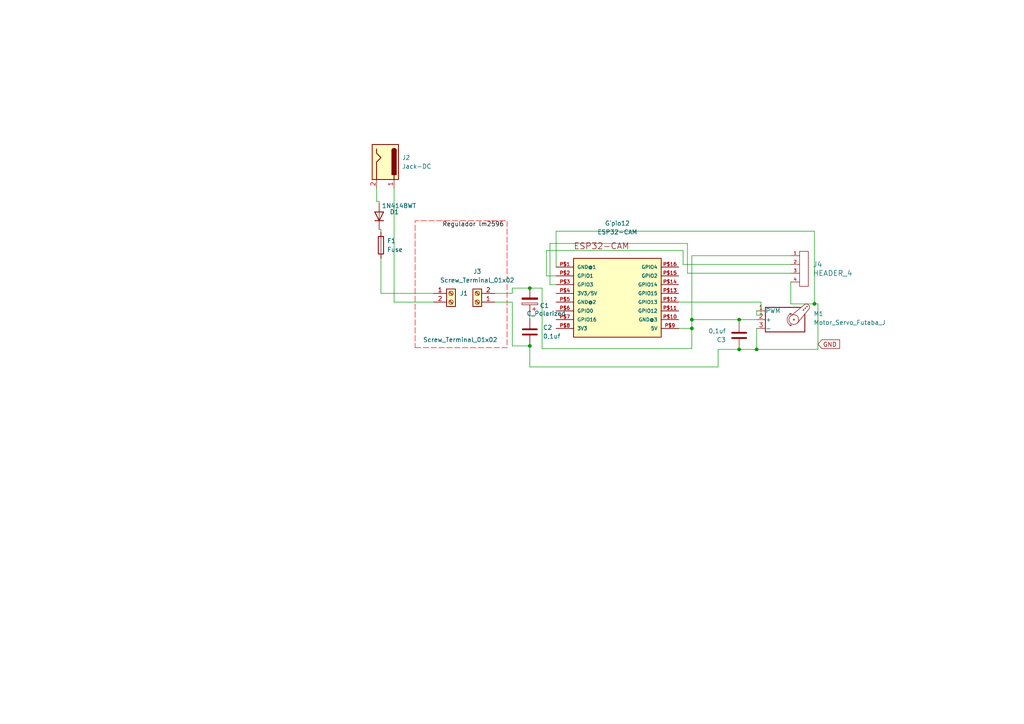
<source format=kicad_sch>
(kicad_sch
	(version 20250114)
	(generator "eeschema")
	(generator_version "9.0")
	(uuid "706bae6e-1d0f-4465-a262-88c97990d8da")
	(paper "A4")
	(lib_symbols
		(symbol "Connector:Jack-DC"
			(pin_names
				(offset 1.016)
			)
			(exclude_from_sim no)
			(in_bom yes)
			(on_board yes)
			(property "Reference" "J"
				(at 0 5.334 0)
				(effects
					(font
						(size 1.27 1.27)
					)
				)
			)
			(property "Value" "Jack-DC"
				(at 0 -5.08 0)
				(effects
					(font
						(size 1.27 1.27)
					)
				)
			)
			(property "Footprint" ""
				(at 1.27 -1.016 0)
				(effects
					(font
						(size 1.27 1.27)
					)
					(hide yes)
				)
			)
			(property "Datasheet" "~"
				(at 1.27 -1.016 0)
				(effects
					(font
						(size 1.27 1.27)
					)
					(hide yes)
				)
			)
			(property "Description" "DC Barrel Jack"
				(at 0 0 0)
				(effects
					(font
						(size 1.27 1.27)
					)
					(hide yes)
				)
			)
			(property "ki_keywords" "DC power barrel jack connector"
				(at 0 0 0)
				(effects
					(font
						(size 1.27 1.27)
					)
					(hide yes)
				)
			)
			(property "ki_fp_filters" "BarrelJack*"
				(at 0 0 0)
				(effects
					(font
						(size 1.27 1.27)
					)
					(hide yes)
				)
			)
			(symbol "Jack-DC_0_1"
				(rectangle
					(start -5.08 3.81)
					(end 5.08 -3.81)
					(stroke
						(width 0.254)
						(type default)
					)
					(fill
						(type background)
					)
				)
				(polyline
					(pts
						(xy -3.81 -2.54) (xy -2.54 -2.54) (xy -1.27 -1.27) (xy 0 -2.54) (xy 2.54 -2.54) (xy 5.08 -2.54)
					)
					(stroke
						(width 0.254)
						(type default)
					)
					(fill
						(type none)
					)
				)
				(arc
					(start -3.302 1.905)
					(mid -3.9343 2.54)
					(end -3.302 3.175)
					(stroke
						(width 0.254)
						(type default)
					)
					(fill
						(type none)
					)
				)
				(arc
					(start -3.302 1.905)
					(mid -3.9343 2.54)
					(end -3.302 3.175)
					(stroke
						(width 0.254)
						(type default)
					)
					(fill
						(type outline)
					)
				)
				(rectangle
					(start 3.683 3.175)
					(end -3.302 1.905)
					(stroke
						(width 0.254)
						(type default)
					)
					(fill
						(type outline)
					)
				)
				(polyline
					(pts
						(xy 5.08 2.54) (xy 3.81 2.54)
					)
					(stroke
						(width 0.254)
						(type default)
					)
					(fill
						(type none)
					)
				)
			)
			(symbol "Jack-DC_1_1"
				(pin passive line
					(at 7.62 2.54 180)
					(length 2.54)
					(name "~"
						(effects
							(font
								(size 1.27 1.27)
							)
						)
					)
					(number "1"
						(effects
							(font
								(size 1.27 1.27)
							)
						)
					)
				)
				(pin passive line
					(at 7.62 -2.54 180)
					(length 2.54)
					(name "~"
						(effects
							(font
								(size 1.27 1.27)
							)
						)
					)
					(number "2"
						(effects
							(font
								(size 1.27 1.27)
							)
						)
					)
				)
			)
			(embedded_fonts no)
		)
		(symbol "Connector:Screw_Terminal_01x02"
			(pin_names
				(offset 1.016)
				(hide yes)
			)
			(exclude_from_sim no)
			(in_bom yes)
			(on_board yes)
			(property "Reference" "J"
				(at 0 2.54 0)
				(effects
					(font
						(size 1.27 1.27)
					)
				)
			)
			(property "Value" "Screw_Terminal_01x02"
				(at 0 -5.08 0)
				(effects
					(font
						(size 1.27 1.27)
					)
				)
			)
			(property "Footprint" ""
				(at 0 0 0)
				(effects
					(font
						(size 1.27 1.27)
					)
					(hide yes)
				)
			)
			(property "Datasheet" "~"
				(at 0 0 0)
				(effects
					(font
						(size 1.27 1.27)
					)
					(hide yes)
				)
			)
			(property "Description" "Generic screw terminal, single row, 01x02, script generated (kicad-library-utils/schlib/autogen/connector/)"
				(at 0 0 0)
				(effects
					(font
						(size 1.27 1.27)
					)
					(hide yes)
				)
			)
			(property "ki_keywords" "screw terminal"
				(at 0 0 0)
				(effects
					(font
						(size 1.27 1.27)
					)
					(hide yes)
				)
			)
			(property "ki_fp_filters" "TerminalBlock*:*"
				(at 0 0 0)
				(effects
					(font
						(size 1.27 1.27)
					)
					(hide yes)
				)
			)
			(symbol "Screw_Terminal_01x02_1_1"
				(rectangle
					(start -1.27 1.27)
					(end 1.27 -3.81)
					(stroke
						(width 0.254)
						(type default)
					)
					(fill
						(type background)
					)
				)
				(polyline
					(pts
						(xy -0.5334 0.3302) (xy 0.3302 -0.508)
					)
					(stroke
						(width 0.1524)
						(type default)
					)
					(fill
						(type none)
					)
				)
				(polyline
					(pts
						(xy -0.5334 -2.2098) (xy 0.3302 -3.048)
					)
					(stroke
						(width 0.1524)
						(type default)
					)
					(fill
						(type none)
					)
				)
				(polyline
					(pts
						(xy -0.3556 0.508) (xy 0.508 -0.3302)
					)
					(stroke
						(width 0.1524)
						(type default)
					)
					(fill
						(type none)
					)
				)
				(polyline
					(pts
						(xy -0.3556 -2.032) (xy 0.508 -2.8702)
					)
					(stroke
						(width 0.1524)
						(type default)
					)
					(fill
						(type none)
					)
				)
				(circle
					(center 0 0)
					(radius 0.635)
					(stroke
						(width 0.1524)
						(type default)
					)
					(fill
						(type none)
					)
				)
				(circle
					(center 0 -2.54)
					(radius 0.635)
					(stroke
						(width 0.1524)
						(type default)
					)
					(fill
						(type none)
					)
				)
				(pin passive line
					(at -5.08 0 0)
					(length 3.81)
					(name "Pin_1"
						(effects
							(font
								(size 1.27 1.27)
							)
						)
					)
					(number "1"
						(effects
							(font
								(size 1.27 1.27)
							)
						)
					)
				)
				(pin passive line
					(at -5.08 -2.54 0)
					(length 3.81)
					(name "Pin_2"
						(effects
							(font
								(size 1.27 1.27)
							)
						)
					)
					(number "2"
						(effects
							(font
								(size 1.27 1.27)
							)
						)
					)
				)
			)
			(embedded_fonts no)
		)
		(symbol "Device:C"
			(pin_numbers
				(hide yes)
			)
			(pin_names
				(offset 0.254)
			)
			(exclude_from_sim no)
			(in_bom yes)
			(on_board yes)
			(property "Reference" "C"
				(at 0.635 2.54 0)
				(effects
					(font
						(size 1.27 1.27)
					)
					(justify left)
				)
			)
			(property "Value" "C"
				(at 0.635 -2.54 0)
				(effects
					(font
						(size 1.27 1.27)
					)
					(justify left)
				)
			)
			(property "Footprint" ""
				(at 0.9652 -3.81 0)
				(effects
					(font
						(size 1.27 1.27)
					)
					(hide yes)
				)
			)
			(property "Datasheet" "~"
				(at 0 0 0)
				(effects
					(font
						(size 1.27 1.27)
					)
					(hide yes)
				)
			)
			(property "Description" "Unpolarized capacitor"
				(at 0 0 0)
				(effects
					(font
						(size 1.27 1.27)
					)
					(hide yes)
				)
			)
			(property "ki_keywords" "cap capacitor"
				(at 0 0 0)
				(effects
					(font
						(size 1.27 1.27)
					)
					(hide yes)
				)
			)
			(property "ki_fp_filters" "C_*"
				(at 0 0 0)
				(effects
					(font
						(size 1.27 1.27)
					)
					(hide yes)
				)
			)
			(symbol "C_0_1"
				(polyline
					(pts
						(xy -2.032 0.762) (xy 2.032 0.762)
					)
					(stroke
						(width 0.508)
						(type default)
					)
					(fill
						(type none)
					)
				)
				(polyline
					(pts
						(xy -2.032 -0.762) (xy 2.032 -0.762)
					)
					(stroke
						(width 0.508)
						(type default)
					)
					(fill
						(type none)
					)
				)
			)
			(symbol "C_1_1"
				(pin passive line
					(at 0 3.81 270)
					(length 2.794)
					(name "~"
						(effects
							(font
								(size 1.27 1.27)
							)
						)
					)
					(number "1"
						(effects
							(font
								(size 1.27 1.27)
							)
						)
					)
				)
				(pin passive line
					(at 0 -3.81 90)
					(length 2.794)
					(name "~"
						(effects
							(font
								(size 1.27 1.27)
							)
						)
					)
					(number "2"
						(effects
							(font
								(size 1.27 1.27)
							)
						)
					)
				)
			)
			(embedded_fonts no)
		)
		(symbol "Device:C_Polarized"
			(pin_numbers
				(hide yes)
			)
			(pin_names
				(offset 0.254)
			)
			(exclude_from_sim no)
			(in_bom yes)
			(on_board yes)
			(property "Reference" "C"
				(at 0.635 2.54 0)
				(effects
					(font
						(size 1.27 1.27)
					)
					(justify left)
				)
			)
			(property "Value" "C_Polarized"
				(at 0.635 -2.54 0)
				(effects
					(font
						(size 1.27 1.27)
					)
					(justify left)
				)
			)
			(property "Footprint" ""
				(at 0.9652 -3.81 0)
				(effects
					(font
						(size 1.27 1.27)
					)
					(hide yes)
				)
			)
			(property "Datasheet" "~"
				(at 0 0 0)
				(effects
					(font
						(size 1.27 1.27)
					)
					(hide yes)
				)
			)
			(property "Description" "Polarized capacitor"
				(at 0 0 0)
				(effects
					(font
						(size 1.27 1.27)
					)
					(hide yes)
				)
			)
			(property "ki_keywords" "cap capacitor"
				(at 0 0 0)
				(effects
					(font
						(size 1.27 1.27)
					)
					(hide yes)
				)
			)
			(property "ki_fp_filters" "CP_*"
				(at 0 0 0)
				(effects
					(font
						(size 1.27 1.27)
					)
					(hide yes)
				)
			)
			(symbol "C_Polarized_0_1"
				(rectangle
					(start -2.286 0.508)
					(end 2.286 1.016)
					(stroke
						(width 0)
						(type default)
					)
					(fill
						(type none)
					)
				)
				(polyline
					(pts
						(xy -1.778 2.286) (xy -0.762 2.286)
					)
					(stroke
						(width 0)
						(type default)
					)
					(fill
						(type none)
					)
				)
				(polyline
					(pts
						(xy -1.27 2.794) (xy -1.27 1.778)
					)
					(stroke
						(width 0)
						(type default)
					)
					(fill
						(type none)
					)
				)
				(rectangle
					(start 2.286 -0.508)
					(end -2.286 -1.016)
					(stroke
						(width 0)
						(type default)
					)
					(fill
						(type outline)
					)
				)
			)
			(symbol "C_Polarized_1_1"
				(pin passive line
					(at 0 3.81 270)
					(length 2.794)
					(name "~"
						(effects
							(font
								(size 1.27 1.27)
							)
						)
					)
					(number "1"
						(effects
							(font
								(size 1.27 1.27)
							)
						)
					)
				)
				(pin passive line
					(at 0 -3.81 90)
					(length 2.794)
					(name "~"
						(effects
							(font
								(size 1.27 1.27)
							)
						)
					)
					(number "2"
						(effects
							(font
								(size 1.27 1.27)
							)
						)
					)
				)
			)
			(embedded_fonts no)
		)
		(symbol "Device:Fuse"
			(pin_numbers
				(hide yes)
			)
			(pin_names
				(offset 0)
			)
			(exclude_from_sim no)
			(in_bom yes)
			(on_board yes)
			(property "Reference" "F"
				(at 2.032 0 90)
				(effects
					(font
						(size 1.27 1.27)
					)
				)
			)
			(property "Value" "Fuse"
				(at -1.905 0 90)
				(effects
					(font
						(size 1.27 1.27)
					)
				)
			)
			(property "Footprint" ""
				(at -1.778 0 90)
				(effects
					(font
						(size 1.27 1.27)
					)
					(hide yes)
				)
			)
			(property "Datasheet" "~"
				(at 0 0 0)
				(effects
					(font
						(size 1.27 1.27)
					)
					(hide yes)
				)
			)
			(property "Description" "Fuse"
				(at 0 0 0)
				(effects
					(font
						(size 1.27 1.27)
					)
					(hide yes)
				)
			)
			(property "ki_keywords" "fuse"
				(at 0 0 0)
				(effects
					(font
						(size 1.27 1.27)
					)
					(hide yes)
				)
			)
			(property "ki_fp_filters" "*Fuse*"
				(at 0 0 0)
				(effects
					(font
						(size 1.27 1.27)
					)
					(hide yes)
				)
			)
			(symbol "Fuse_0_1"
				(rectangle
					(start -0.762 -2.54)
					(end 0.762 2.54)
					(stroke
						(width 0.254)
						(type default)
					)
					(fill
						(type none)
					)
				)
				(polyline
					(pts
						(xy 0 2.54) (xy 0 -2.54)
					)
					(stroke
						(width 0)
						(type default)
					)
					(fill
						(type none)
					)
				)
			)
			(symbol "Fuse_1_1"
				(pin passive line
					(at 0 3.81 270)
					(length 1.27)
					(name "~"
						(effects
							(font
								(size 1.27 1.27)
							)
						)
					)
					(number "1"
						(effects
							(font
								(size 1.27 1.27)
							)
						)
					)
				)
				(pin passive line
					(at 0 -3.81 90)
					(length 1.27)
					(name "~"
						(effects
							(font
								(size 1.27 1.27)
							)
						)
					)
					(number "2"
						(effects
							(font
								(size 1.27 1.27)
							)
						)
					)
				)
			)
			(embedded_fonts no)
		)
		(symbol "Diode:1N4148WT"
			(pin_numbers
				(hide yes)
			)
			(pin_names
				(hide yes)
			)
			(exclude_from_sim no)
			(in_bom yes)
			(on_board yes)
			(property "Reference" "D"
				(at 0 2.54 0)
				(effects
					(font
						(size 1.27 1.27)
					)
				)
			)
			(property "Value" "1N4148WT"
				(at 0 -2.54 0)
				(effects
					(font
						(size 1.27 1.27)
					)
				)
			)
			(property "Footprint" "Diode_SMD:D_SOD-523"
				(at 0 -4.445 0)
				(effects
					(font
						(size 1.27 1.27)
					)
					(hide yes)
				)
			)
			(property "Datasheet" "https://www.diodes.com/assets/Datasheets/ds30396.pdf"
				(at 0 0 0)
				(effects
					(font
						(size 1.27 1.27)
					)
					(hide yes)
				)
			)
			(property "Description" "75V 0.15A Fast switching Diode, SOD-523"
				(at 0 0 0)
				(effects
					(font
						(size 1.27 1.27)
					)
					(hide yes)
				)
			)
			(property "Sim.Device" "D"
				(at 0 0 0)
				(effects
					(font
						(size 1.27 1.27)
					)
					(hide yes)
				)
			)
			(property "Sim.Pins" "1=K 2=A"
				(at 0 0 0)
				(effects
					(font
						(size 1.27 1.27)
					)
					(hide yes)
				)
			)
			(property "ki_keywords" "diode"
				(at 0 0 0)
				(effects
					(font
						(size 1.27 1.27)
					)
					(hide yes)
				)
			)
			(property "ki_fp_filters" "D*SOD?523*"
				(at 0 0 0)
				(effects
					(font
						(size 1.27 1.27)
					)
					(hide yes)
				)
			)
			(symbol "1N4148WT_0_1"
				(polyline
					(pts
						(xy -1.27 1.27) (xy -1.27 -1.27)
					)
					(stroke
						(width 0.254)
						(type default)
					)
					(fill
						(type none)
					)
				)
				(polyline
					(pts
						(xy 1.27 1.27) (xy 1.27 -1.27) (xy -1.27 0) (xy 1.27 1.27)
					)
					(stroke
						(width 0.254)
						(type default)
					)
					(fill
						(type none)
					)
				)
				(polyline
					(pts
						(xy 1.27 0) (xy -1.27 0)
					)
					(stroke
						(width 0)
						(type default)
					)
					(fill
						(type none)
					)
				)
			)
			(symbol "1N4148WT_1_1"
				(pin passive line
					(at -3.81 0 0)
					(length 2.54)
					(name "K"
						(effects
							(font
								(size 1.27 1.27)
							)
						)
					)
					(number "1"
						(effects
							(font
								(size 1.27 1.27)
							)
						)
					)
				)
				(pin passive line
					(at 3.81 0 180)
					(length 2.54)
					(name "A"
						(effects
							(font
								(size 1.27 1.27)
							)
						)
					)
					(number "2"
						(effects
							(font
								(size 1.27 1.27)
							)
						)
					)
				)
			)
			(embedded_fonts no)
		)
		(symbol "EESTN5:HEADER_4"
			(pin_names
				(offset 0)
			)
			(exclude_from_sim no)
			(in_bom yes)
			(on_board yes)
			(property "Reference" "J"
				(at 0 6.35 0)
				(effects
					(font
						(size 1.524 1.524)
					)
				)
			)
			(property "Value" "HEADER_4"
				(at 0 -6.35 0)
				(effects
					(font
						(size 1.524 1.524)
					)
				)
			)
			(property "Footprint" ""
				(at 0 0 0)
				(effects
					(font
						(size 1.524 1.524)
					)
				)
			)
			(property "Datasheet" ""
				(at 0 0 0)
				(effects
					(font
						(size 1.524 1.524)
					)
				)
			)
			(property "Description" ""
				(at 0 0 0)
				(effects
					(font
						(size 1.27 1.27)
					)
					(hide yes)
				)
			)
			(property "ki_fp_filters" "SIL* HEADER* JST-4* PIN*"
				(at 0 0 0)
				(effects
					(font
						(size 1.27 1.27)
					)
					(hide yes)
				)
			)
			(symbol "HEADER_4_0_1"
				(rectangle
					(start 2.54 5.08)
					(end 0 -5.08)
					(stroke
						(width 0)
						(type default)
					)
					(fill
						(type none)
					)
				)
			)
			(symbol "HEADER_4_1_1"
				(pin passive line
					(at -2.54 3.81 0)
					(length 2.54)
					(name "~"
						(effects
							(font
								(size 1.27 1.27)
							)
						)
					)
					(number "1"
						(effects
							(font
								(size 0.889 0.889)
							)
						)
					)
				)
				(pin passive line
					(at -2.54 1.27 0)
					(length 2.54)
					(name "~"
						(effects
							(font
								(size 1.27 1.27)
							)
						)
					)
					(number "2"
						(effects
							(font
								(size 0.889 0.889)
							)
						)
					)
				)
				(pin passive line
					(at -2.54 -1.27 0)
					(length 2.54)
					(name "~"
						(effects
							(font
								(size 1.27 1.27)
							)
						)
					)
					(number "3"
						(effects
							(font
								(size 0.889 0.889)
							)
						)
					)
				)
				(pin passive line
					(at -2.54 -3.81 0)
					(length 2.54)
					(name "~"
						(effects
							(font
								(size 1.27 1.27)
							)
						)
					)
					(number "4"
						(effects
							(font
								(size 0.889 0.889)
							)
						)
					)
				)
			)
			(embedded_fonts no)
		)
		(symbol "ESP32-CAM:ESP32-CAM"
			(pin_names
				(offset 1.016)
			)
			(exclude_from_sim no)
			(in_bom yes)
			(on_board yes)
			(property "Reference" "U"
				(at 0 0 0)
				(effects
					(font
						(size 1.27 1.27)
					)
					(justify bottom)
				)
			)
			(property "Value" "ESP32-CAM"
				(at 0 0 0)
				(effects
					(font
						(size 1.27 1.27)
					)
					(justify bottom)
				)
			)
			(property "Footprint" "ESP32-CAM:ESP32-CAM"
				(at 0 0 0)
				(effects
					(font
						(size 1.27 1.27)
					)
					(justify bottom)
					(hide yes)
				)
			)
			(property "Datasheet" ""
				(at 0 0 0)
				(effects
					(font
						(size 1.27 1.27)
					)
					(hide yes)
				)
			)
			(property "Description" ""
				(at 0 0 0)
				(effects
					(font
						(size 1.27 1.27)
					)
					(hide yes)
				)
			)
			(property "MF" "AI-Thinker"
				(at 0 0 0)
				(effects
					(font
						(size 1.27 1.27)
					)
					(justify bottom)
					(hide yes)
				)
			)
			(property "Description_1" "ESP32 ESP32 Transceiver; 802.11 a/b/g/n (Wi-Fi, WiFi, WLAN), Bluetooth® Smart 4.x Low Energy (BLE) Evaluation Board"
				(at 0 0 0)
				(effects
					(font
						(size 1.27 1.27)
					)
					(justify bottom)
					(hide yes)
				)
			)
			(property "Package" "None"
				(at 0 0 0)
				(effects
					(font
						(size 1.27 1.27)
					)
					(justify bottom)
					(hide yes)
				)
			)
			(property "Price" "None"
				(at 0 0 0)
				(effects
					(font
						(size 1.27 1.27)
					)
					(justify bottom)
					(hide yes)
				)
			)
			(property "SnapEDA_Link" "https://www.snapeda.com/parts/ESP32-CAM/AI-Thinker/view-part/?ref=snap"
				(at 0 0 0)
				(effects
					(font
						(size 1.27 1.27)
					)
					(justify bottom)
					(hide yes)
				)
			)
			(property "MP" "ESP32-CAM"
				(at 0 0 0)
				(effects
					(font
						(size 1.27 1.27)
					)
					(justify bottom)
					(hide yes)
				)
			)
			(property "Availability" "Not in stock"
				(at 0 0 0)
				(effects
					(font
						(size 1.27 1.27)
					)
					(justify bottom)
					(hide yes)
				)
			)
			(property "Check_prices" "https://www.snapeda.com/parts/ESP32-CAM/AI-Thinker/view-part/?ref=eda"
				(at 0 0 0)
				(effects
					(font
						(size 1.27 1.27)
					)
					(justify bottom)
					(hide yes)
				)
			)
			(symbol "ESP32-CAM_0_0"
				(rectangle
					(start -12.7 -10.16)
					(end 12.7 12.7)
					(stroke
						(width 0.254)
						(type default)
					)
					(fill
						(type background)
					)
				)
				(text "ESP32-CAM"
					(at -12.7 15.24 0)
					(effects
						(font
							(size 1.778 1.778)
						)
						(justify left bottom)
					)
				)
				(pin bidirectional line
					(at -17.78 10.16 0)
					(length 5.08)
					(name "GND@1"
						(effects
							(font
								(size 1.016 1.016)
							)
						)
					)
					(number "P$1"
						(effects
							(font
								(size 1.016 1.016)
							)
						)
					)
				)
				(pin bidirectional line
					(at -17.78 7.62 0)
					(length 5.08)
					(name "GPIO1"
						(effects
							(font
								(size 1.016 1.016)
							)
						)
					)
					(number "P$2"
						(effects
							(font
								(size 1.016 1.016)
							)
						)
					)
				)
				(pin bidirectional line
					(at -17.78 5.08 0)
					(length 5.08)
					(name "GPIO3"
						(effects
							(font
								(size 1.016 1.016)
							)
						)
					)
					(number "P$3"
						(effects
							(font
								(size 1.016 1.016)
							)
						)
					)
				)
				(pin bidirectional line
					(at -17.78 2.54 0)
					(length 5.08)
					(name "3V3/5V"
						(effects
							(font
								(size 1.016 1.016)
							)
						)
					)
					(number "P$4"
						(effects
							(font
								(size 1.016 1.016)
							)
						)
					)
				)
				(pin bidirectional line
					(at -17.78 0 0)
					(length 5.08)
					(name "GND@2"
						(effects
							(font
								(size 1.016 1.016)
							)
						)
					)
					(number "P$5"
						(effects
							(font
								(size 1.016 1.016)
							)
						)
					)
				)
				(pin bidirectional line
					(at -17.78 -2.54 0)
					(length 5.08)
					(name "GPIO0"
						(effects
							(font
								(size 1.016 1.016)
							)
						)
					)
					(number "P$6"
						(effects
							(font
								(size 1.016 1.016)
							)
						)
					)
				)
				(pin bidirectional line
					(at -17.78 -5.08 0)
					(length 5.08)
					(name "GPIO16"
						(effects
							(font
								(size 1.016 1.016)
							)
						)
					)
					(number "P$7"
						(effects
							(font
								(size 1.016 1.016)
							)
						)
					)
				)
				(pin bidirectional line
					(at -17.78 -7.62 0)
					(length 5.08)
					(name "3V3"
						(effects
							(font
								(size 1.016 1.016)
							)
						)
					)
					(number "P$8"
						(effects
							(font
								(size 1.016 1.016)
							)
						)
					)
				)
				(pin bidirectional line
					(at 17.78 10.16 180)
					(length 5.08)
					(name "GPIO4"
						(effects
							(font
								(size 1.016 1.016)
							)
						)
					)
					(number "P$16"
						(effects
							(font
								(size 1.016 1.016)
							)
						)
					)
				)
				(pin bidirectional line
					(at 17.78 7.62 180)
					(length 5.08)
					(name "GPIO2"
						(effects
							(font
								(size 1.016 1.016)
							)
						)
					)
					(number "P$15"
						(effects
							(font
								(size 1.016 1.016)
							)
						)
					)
				)
				(pin bidirectional line
					(at 17.78 5.08 180)
					(length 5.08)
					(name "GPIO14"
						(effects
							(font
								(size 1.016 1.016)
							)
						)
					)
					(number "P$14"
						(effects
							(font
								(size 1.016 1.016)
							)
						)
					)
				)
				(pin bidirectional line
					(at 17.78 2.54 180)
					(length 5.08)
					(name "GPIO15"
						(effects
							(font
								(size 1.016 1.016)
							)
						)
					)
					(number "P$13"
						(effects
							(font
								(size 1.016 1.016)
							)
						)
					)
				)
				(pin bidirectional line
					(at 17.78 0 180)
					(length 5.08)
					(name "GPIO13"
						(effects
							(font
								(size 1.016 1.016)
							)
						)
					)
					(number "P$12"
						(effects
							(font
								(size 1.016 1.016)
							)
						)
					)
				)
				(pin bidirectional line
					(at 17.78 -2.54 180)
					(length 5.08)
					(name "GPIO12"
						(effects
							(font
								(size 1.016 1.016)
							)
						)
					)
					(number "P$11"
						(effects
							(font
								(size 1.016 1.016)
							)
						)
					)
				)
				(pin bidirectional line
					(at 17.78 -5.08 180)
					(length 5.08)
					(name "GND@3"
						(effects
							(font
								(size 1.016 1.016)
							)
						)
					)
					(number "P$10"
						(effects
							(font
								(size 1.016 1.016)
							)
						)
					)
				)
				(pin bidirectional line
					(at 17.78 -7.62 180)
					(length 5.08)
					(name "5V"
						(effects
							(font
								(size 1.016 1.016)
							)
						)
					)
					(number "P$9"
						(effects
							(font
								(size 1.016 1.016)
							)
						)
					)
				)
			)
			(embedded_fonts no)
		)
		(symbol "Motor:Motor_Servo_Futaba_J"
			(pin_names
				(offset 0.0254)
			)
			(exclude_from_sim no)
			(in_bom yes)
			(on_board yes)
			(property "Reference" "M"
				(at -5.08 4.445 0)
				(effects
					(font
						(size 1.27 1.27)
					)
					(justify left)
				)
			)
			(property "Value" "Motor_Servo_Futaba_J"
				(at -5.08 -4.064 0)
				(effects
					(font
						(size 1.27 1.27)
					)
					(justify left top)
				)
			)
			(property "Footprint" ""
				(at 0 -4.826 0)
				(effects
					(font
						(size 1.27 1.27)
					)
					(hide yes)
				)
			)
			(property "Datasheet" "http://forums.parallax.com/uploads/attachments/46831/74481.png"
				(at 0 -4.826 0)
				(effects
					(font
						(size 1.27 1.27)
					)
					(hide yes)
				)
			)
			(property "Description" "Servo Motor (Futuba J-connector)"
				(at 0 0 0)
				(effects
					(font
						(size 1.27 1.27)
					)
					(hide yes)
				)
			)
			(property "ki_keywords" "Servo Motor"
				(at 0 0 0)
				(effects
					(font
						(size 1.27 1.27)
					)
					(hide yes)
				)
			)
			(property "ki_fp_filters" "PinHeader*P2.54mm*"
				(at 0 0 0)
				(effects
					(font
						(size 1.27 1.27)
					)
					(hide yes)
				)
			)
			(symbol "Motor_Servo_Futaba_J_0_1"
				(polyline
					(pts
						(xy 2.413 1.778) (xy 1.905 1.778)
					)
					(stroke
						(width 0)
						(type default)
					)
					(fill
						(type none)
					)
				)
				(polyline
					(pts
						(xy 2.413 1.778) (xy 2.286 1.397)
					)
					(stroke
						(width 0)
						(type default)
					)
					(fill
						(type none)
					)
				)
				(polyline
					(pts
						(xy 2.413 -1.778) (xy 2.032 -1.778)
					)
					(stroke
						(width 0)
						(type default)
					)
					(fill
						(type none)
					)
				)
				(polyline
					(pts
						(xy 2.413 -1.778) (xy 2.286 -1.397)
					)
					(stroke
						(width 0)
						(type default)
					)
					(fill
						(type none)
					)
				)
				(arc
					(start 2.413 -1.778)
					(mid 1.2406 0)
					(end 2.413 1.778)
					(stroke
						(width 0)
						(type default)
					)
					(fill
						(type none)
					)
				)
				(circle
					(center 3.175 0)
					(radius 0.1778)
					(stroke
						(width 0)
						(type default)
					)
					(fill
						(type none)
					)
				)
				(circle
					(center 3.175 0)
					(radius 1.4224)
					(stroke
						(width 0)
						(type default)
					)
					(fill
						(type none)
					)
				)
				(polyline
					(pts
						(xy 5.08 3.556) (xy -5.08 3.556) (xy -5.08 -3.556) (xy 6.35 -3.556) (xy 6.35 1.524)
					)
					(stroke
						(width 0.254)
						(type default)
					)
					(fill
						(type none)
					)
				)
				(circle
					(center 5.969 2.794)
					(radius 0.127)
					(stroke
						(width 0)
						(type default)
					)
					(fill
						(type none)
					)
				)
				(polyline
					(pts
						(xy 6.35 4.445) (xy 2.54 1.27)
					)
					(stroke
						(width 0)
						(type default)
					)
					(fill
						(type none)
					)
				)
				(circle
					(center 6.477 3.302)
					(radius 0.127)
					(stroke
						(width 0)
						(type default)
					)
					(fill
						(type none)
					)
				)
				(arc
					(start 6.35 4.445)
					(mid 7.4487 4.2737)
					(end 7.62 3.175)
					(stroke
						(width 0)
						(type default)
					)
					(fill
						(type none)
					)
				)
				(circle
					(center 6.985 3.81)
					(radius 0.127)
					(stroke
						(width 0)
						(type default)
					)
					(fill
						(type none)
					)
				)
				(polyline
					(pts
						(xy 7.62 3.175) (xy 4.191 -1.016)
					)
					(stroke
						(width 0)
						(type default)
					)
					(fill
						(type none)
					)
				)
			)
			(symbol "Motor_Servo_Futaba_J_1_1"
				(pin passive line
					(at -7.62 2.54 0)
					(length 2.54)
					(name "PWM"
						(effects
							(font
								(size 1.27 1.27)
							)
						)
					)
					(number "1"
						(effects
							(font
								(size 1.27 1.27)
							)
						)
					)
				)
				(pin passive line
					(at -7.62 0 0)
					(length 2.54)
					(name "+"
						(effects
							(font
								(size 1.27 1.27)
							)
						)
					)
					(number "2"
						(effects
							(font
								(size 1.27 1.27)
							)
						)
					)
				)
				(pin passive line
					(at -7.62 -2.54 0)
					(length 2.54)
					(name "-"
						(effects
							(font
								(size 1.27 1.27)
							)
						)
					)
					(number "3"
						(effects
							(font
								(size 1.27 1.27)
							)
						)
					)
				)
			)
			(embedded_fonts no)
		)
	)
	(junction
		(at 236.22 88.138)
		(diameter 0)
		(color 0 0 0 0)
		(uuid "1e20460e-6ea9-409f-97e8-4104f571fbaf")
	)
	(junction
		(at 153.67 100.33)
		(diameter 0)
		(color 0 0 0 0)
		(uuid "52728f04-7d98-4c45-9f66-75c2c40ccea7")
	)
	(junction
		(at 153.67 83.566)
		(diameter 0)
		(color 0 0 0 0)
		(uuid "89576a23-8513-49ea-b617-e5caf07d78ef")
	)
	(junction
		(at 214.376 92.71)
		(diameter 0)
		(color 0 0 0 0)
		(uuid "8c885b22-973b-44eb-8c80-d6dc0897b45c")
	)
	(junction
		(at 200.66 95.25)
		(diameter 0)
		(color 0 0 0 0)
		(uuid "9678c22a-d796-49a2-9054-c76734aeaea6")
	)
	(junction
		(at 214.376 101.346)
		(diameter 0)
		(color 0 0 0 0)
		(uuid "977cc428-ebdd-4a91-b919-c93b1fc57324")
	)
	(junction
		(at 219.456 101.346)
		(diameter 0)
		(color 0 0 0 0)
		(uuid "b3b81704-8b40-4895-bed5-7175476d38c9")
	)
	(junction
		(at 200.66 92.71)
		(diameter 0)
		(color 0 0 0 0)
		(uuid "ee21b2bc-a77f-4079-8fc0-2889726a85e4")
	)
	(wire
		(pts
			(xy 153.67 106.426) (xy 208.28 106.426)
		)
		(stroke
			(width 0)
			(type default)
		)
		(uuid "00f343b5-28b0-476e-862a-508aace90b3d")
	)
	(wire
		(pts
			(xy 153.67 91.186) (xy 153.67 92.456)
		)
		(stroke
			(width 0)
			(type default)
		)
		(uuid "01cee897-db3d-41f0-be90-c8e346ff0d4c")
	)
	(wire
		(pts
			(xy 143.51 85.09) (xy 148.59 85.09)
		)
		(stroke
			(width 0)
			(type default)
		)
		(uuid "02e237b2-4a2d-406e-92a4-acc170c985c9")
	)
	(wire
		(pts
			(xy 114.3 87.63) (xy 125.73 87.63)
		)
		(stroke
			(width 0)
			(type default)
		)
		(uuid "08005463-6fb0-43e9-adea-0f32bd127e79")
	)
	(wire
		(pts
			(xy 161.29 77.47) (xy 161.29 67.056)
		)
		(stroke
			(width 0)
			(type default)
		)
		(uuid "0d6a36e6-dfb7-418e-8169-bcce383da505")
	)
	(wire
		(pts
			(xy 214.376 101.346) (xy 219.456 101.346)
		)
		(stroke
			(width 0)
			(type default)
		)
		(uuid "2246e94b-1330-45e9-baef-bcc17dd35b97")
	)
	(wire
		(pts
			(xy 220.726 87.63) (xy 220.726 91.44)
		)
		(stroke
			(width 0)
			(type default)
		)
		(uuid "28b09f36-cbd5-4ce0-97ac-df20686d962f")
	)
	(wire
		(pts
			(xy 157.226 101.092) (xy 200.66 101.092)
		)
		(stroke
			(width 0)
			(type default)
		)
		(uuid "38be3d33-bfcd-4c79-b961-ae1d8df313d4")
	)
	(wire
		(pts
			(xy 199.39 79.248) (xy 199.39 70.612)
		)
		(stroke
			(width 0)
			(type default)
		)
		(uuid "3b669377-6549-4dec-baa5-1127bed8ab40")
	)
	(wire
		(pts
			(xy 214.376 93.472) (xy 214.376 92.71)
		)
		(stroke
			(width 0)
			(type default)
		)
		(uuid "441700df-f382-46e2-a2db-c2f4ad87d9c1")
	)
	(wire
		(pts
			(xy 219.456 95.25) (xy 219.456 101.346)
		)
		(stroke
			(width 0)
			(type default)
		)
		(uuid "441ce7b9-a7ee-4545-a632-7b5a928aad03")
	)
	(wire
		(pts
			(xy 148.59 87.63) (xy 148.59 100.33)
		)
		(stroke
			(width 0)
			(type default)
		)
		(uuid "49c00631-7748-4f13-9778-6a65f7e2b480")
	)
	(wire
		(pts
			(xy 110.49 67.31) (xy 110.49 66.548)
		)
		(stroke
			(width 0)
			(type default)
		)
		(uuid "4c412bc3-188d-46f6-8cbb-eb4f51d2945e")
	)
	(wire
		(pts
			(xy 159.512 82.55) (xy 161.29 82.55)
		)
		(stroke
			(width 0)
			(type default)
		)
		(uuid "5316a68b-261f-49ca-a977-ef11ad883870")
	)
	(wire
		(pts
			(xy 110.49 74.93) (xy 110.49 85.09)
		)
		(stroke
			(width 0)
			(type default)
		)
		(uuid "6068810d-0fd2-4060-8514-e1b15c1117ea")
	)
	(wire
		(pts
			(xy 200.66 74.168) (xy 200.66 92.71)
		)
		(stroke
			(width 0)
			(type default)
		)
		(uuid "6173f05c-e8eb-471f-84df-af73f539c2d3")
	)
	(wire
		(pts
			(xy 109.22 58.42) (xy 109.982 58.42)
		)
		(stroke
			(width 0)
			(type default)
		)
		(uuid "62b7345b-b986-4e6e-a313-e4951584c51b")
	)
	(wire
		(pts
			(xy 148.59 83.566) (xy 148.59 85.09)
		)
		(stroke
			(width 0)
			(type default)
		)
		(uuid "649d5d8f-76d1-4f92-96cb-493b9f1a05ea")
	)
	(wire
		(pts
			(xy 229.362 76.708) (xy 198.12 76.708)
		)
		(stroke
			(width 0)
			(type default)
		)
		(uuid "6a60dc5f-2e7a-48be-89c4-6179975f4d1c")
	)
	(wire
		(pts
			(xy 158.496 80.01) (xy 158.496 72.644)
		)
		(stroke
			(width 0)
			(type default)
		)
		(uuid "71bb67dd-22a7-4b7e-9ede-3c2432b1729d")
	)
	(wire
		(pts
			(xy 125.73 85.09) (xy 110.49 85.09)
		)
		(stroke
			(width 0)
			(type default)
		)
		(uuid "71ffc1ac-94fe-441e-bb68-0100c1553aab")
	)
	(wire
		(pts
			(xy 148.59 83.566) (xy 153.67 83.566)
		)
		(stroke
			(width 0)
			(type default)
		)
		(uuid "72ddb0f0-d754-40e6-b095-968e3f9156ae")
	)
	(wire
		(pts
			(xy 199.39 79.248) (xy 229.362 79.248)
		)
		(stroke
			(width 0)
			(type default)
		)
		(uuid "73d9a344-d886-4a79-b73e-76cdce7a5283")
	)
	(wire
		(pts
			(xy 153.67 100.076) (xy 153.67 100.33)
		)
		(stroke
			(width 0)
			(type default)
		)
		(uuid "743e6316-9bb7-4e08-a919-47947d24adfa")
	)
	(wire
		(pts
			(xy 110.49 66.548) (xy 109.982 66.548)
		)
		(stroke
			(width 0)
			(type default)
		)
		(uuid "7896d291-60e6-4059-8b44-0e908909eb25")
	)
	(wire
		(pts
			(xy 161.29 80.01) (xy 158.496 80.01)
		)
		(stroke
			(width 0)
			(type default)
		)
		(uuid "7e05a8ae-7236-4422-ab2f-c954a08c576e")
	)
	(wire
		(pts
			(xy 196.85 95.25) (xy 200.66 95.25)
		)
		(stroke
			(width 0)
			(type default)
		)
		(uuid "80f98a8e-da14-4b69-9cdd-c28d55d0ac86")
	)
	(wire
		(pts
			(xy 208.28 101.346) (xy 214.376 101.346)
		)
		(stroke
			(width 0)
			(type default)
		)
		(uuid "82074822-8439-4da9-8305-fe9eb1bda846")
	)
	(wire
		(pts
			(xy 200.66 95.25) (xy 200.66 101.092)
		)
		(stroke
			(width 0)
			(type default)
		)
		(uuid "853a12b5-c64e-4585-8c16-b2b010a8c13d")
	)
	(wire
		(pts
			(xy 236.22 67.056) (xy 236.22 88.138)
		)
		(stroke
			(width 0)
			(type default)
		)
		(uuid "858c3d7d-6349-4835-b962-dc3479fbe4da")
	)
	(wire
		(pts
			(xy 114.3 87.63) (xy 114.3 54.61)
		)
		(stroke
			(width 0)
			(type default)
		)
		(uuid "882d4041-d610-48ed-b0ad-6b6c2467c74c")
	)
	(wire
		(pts
			(xy 229.362 88.138) (xy 236.22 88.138)
		)
		(stroke
			(width 0)
			(type default)
		)
		(uuid "8897a848-9da1-452b-b109-586ca2724c4d")
	)
	(wire
		(pts
			(xy 229.362 74.168) (xy 200.66 74.168)
		)
		(stroke
			(width 0)
			(type default)
		)
		(uuid "8c3c436d-6c6e-4639-91dd-fd71a571c090")
	)
	(wire
		(pts
			(xy 161.29 67.056) (xy 236.22 67.056)
		)
		(stroke
			(width 0)
			(type default)
		)
		(uuid "922543ae-1470-4985-8d68-aeaf9147d33f")
	)
	(wire
		(pts
			(xy 200.66 92.71) (xy 200.66 95.25)
		)
		(stroke
			(width 0)
			(type default)
		)
		(uuid "92e0af16-1819-43a9-acad-629bb30547f9")
	)
	(wire
		(pts
			(xy 153.67 100.33) (xy 153.67 106.426)
		)
		(stroke
			(width 0)
			(type default)
		)
		(uuid "a383192c-333e-46f1-bfbe-2d03185b6717")
	)
	(wire
		(pts
			(xy 143.51 87.63) (xy 148.59 87.63)
		)
		(stroke
			(width 0)
			(type default)
		)
		(uuid "a5935138-0e04-4e94-af30-209b272e2a6c")
	)
	(wire
		(pts
			(xy 153.67 83.566) (xy 157.226 83.566)
		)
		(stroke
			(width 0)
			(type default)
		)
		(uuid "a79c2d33-9e6a-4d92-aaf7-949b9fae71d1")
	)
	(wire
		(pts
			(xy 214.376 92.71) (xy 219.456 92.71)
		)
		(stroke
			(width 0)
			(type default)
		)
		(uuid "aa4b12c3-4354-43e9-a022-2f673eba8789")
	)
	(wire
		(pts
			(xy 208.28 106.426) (xy 208.28 101.346)
		)
		(stroke
			(width 0)
			(type default)
		)
		(uuid "abbfda10-7ba4-48b1-b1db-2252c14030dd")
	)
	(wire
		(pts
			(xy 200.66 92.71) (xy 214.376 92.71)
		)
		(stroke
			(width 0)
			(type default)
		)
		(uuid "acbe044e-00e9-441c-a911-00ba520abe55")
	)
	(wire
		(pts
			(xy 237.236 88.138) (xy 236.22 88.138)
		)
		(stroke
			(width 0)
			(type default)
		)
		(uuid "ae7a8fae-22fa-4a9b-84b5-138265947028")
	)
	(wire
		(pts
			(xy 196.85 87.63) (xy 220.726 87.63)
		)
		(stroke
			(width 0)
			(type default)
		)
		(uuid "b32246d4-20b3-47a9-a7cb-ad86c81c4f2c")
	)
	(wire
		(pts
			(xy 199.39 70.612) (xy 159.512 70.612)
		)
		(stroke
			(width 0)
			(type default)
		)
		(uuid "bfb341b6-0243-4cc5-b250-ae4d64d770d0")
	)
	(wire
		(pts
			(xy 109.22 54.61) (xy 109.22 58.42)
		)
		(stroke
			(width 0)
			(type default)
		)
		(uuid "bfccb92b-1d4a-4a93-aabd-ede482b7b574")
	)
	(wire
		(pts
			(xy 229.362 81.788) (xy 229.362 88.138)
		)
		(stroke
			(width 0)
			(type default)
		)
		(uuid "c1721893-4e73-4dfa-8e97-6ddf1f4533e4")
	)
	(wire
		(pts
			(xy 157.226 83.566) (xy 157.226 101.092)
		)
		(stroke
			(width 0)
			(type default)
		)
		(uuid "c2729009-fe62-41d6-a599-b7ce016faf03")
	)
	(wire
		(pts
			(xy 237.236 88.138) (xy 237.236 101.346)
		)
		(stroke
			(width 0)
			(type default)
		)
		(uuid "c52dc00c-1807-44cb-999b-7ead63ded210")
	)
	(wire
		(pts
			(xy 159.512 70.612) (xy 159.512 82.55)
		)
		(stroke
			(width 0)
			(type default)
		)
		(uuid "d096d128-e30a-445c-873c-7486282cb3a5")
	)
	(wire
		(pts
			(xy 220.726 91.44) (xy 219.456 91.44)
		)
		(stroke
			(width 0)
			(type default)
		)
		(uuid "d389ebca-7150-4f19-adbd-10c7f5672a14")
	)
	(wire
		(pts
			(xy 219.456 91.44) (xy 219.456 90.17)
		)
		(stroke
			(width 0)
			(type default)
		)
		(uuid "d68df275-d9e7-4723-b5f9-df0117619b74")
	)
	(wire
		(pts
			(xy 219.456 101.346) (xy 237.236 101.346)
		)
		(stroke
			(width 0)
			(type default)
		)
		(uuid "db2f9aca-d918-4759-ade1-316b5f369e28")
	)
	(wire
		(pts
			(xy 158.496 72.644) (xy 198.12 72.644)
		)
		(stroke
			(width 0)
			(type default)
		)
		(uuid "dbdd12f0-5bca-4600-95d5-e5cc3f744c1e")
	)
	(wire
		(pts
			(xy 214.376 101.346) (xy 214.376 101.092)
		)
		(stroke
			(width 0)
			(type default)
		)
		(uuid "dfb60338-5978-4637-9436-229974402232")
	)
	(wire
		(pts
			(xy 148.59 100.33) (xy 153.67 100.33)
		)
		(stroke
			(width 0)
			(type default)
		)
		(uuid "ebfd68cc-3125-4f45-b09d-576b8b759027")
	)
	(wire
		(pts
			(xy 109.982 58.42) (xy 109.982 58.928)
		)
		(stroke
			(width 0)
			(type default)
		)
		(uuid "ec7daa0d-3bea-44ee-a85f-2c13c6e8850f")
	)
	(wire
		(pts
			(xy 198.12 72.644) (xy 198.12 76.708)
		)
		(stroke
			(width 0)
			(type default)
		)
		(uuid "ee587ae5-76b6-4fe2-a850-4bd5daf35dff")
	)
	(label "Regulador lm2596"
		(at 128.27 66.04 0)
		(effects
			(font
				(size 1.27 1.27)
			)
			(justify left bottom)
		)
		(uuid "5b3296d4-af11-4baa-af60-d7554fc1e290")
	)
	(global_label "GND"
		(shape input)
		(at 237.236 99.822 0)
		(fields_autoplaced yes)
		(effects
			(font
				(size 1.27 1.27)
			)
			(justify left)
		)
		(uuid "987d2dba-f6e0-4818-854d-455c1892136c")
		(property "Intersheetrefs" "${INTERSHEET_REFS}"
			(at 244.0917 99.822 0)
			(effects
				(font
					(size 1.27 1.27)
				)
				(justify left)
				(hide yes)
			)
		)
	)
	(rule_area
		(polyline
			(pts
				(xy 120.396 100.838) (xy 147.066 100.838) (xy 147.066 64.008) (xy 120.396 64.008)
			)
			(stroke
				(width 0)
				(type dash)
			)
			(fill
				(type none)
			)
			(uuid 74803948-d1e7-405f-acef-4d263c443da5)
		)
	)
	(symbol
		(lib_id "Connector:Jack-DC")
		(at 111.76 46.99 270)
		(unit 1)
		(exclude_from_sim no)
		(in_bom yes)
		(on_board yes)
		(dnp no)
		(fields_autoplaced yes)
		(uuid "11ef6581-251a-41de-bf12-7e421bd9f38a")
		(property "Reference" "J2"
			(at 116.586 45.7199 90)
			(effects
				(font
					(size 1.27 1.27)
				)
				(justify left)
			)
		)
		(property "Value" "Jack-DC"
			(at 116.586 48.2599 90)
			(effects
				(font
					(size 1.27 1.27)
				)
				(justify left)
			)
		)
		(property "Footprint" "Connector_BarrelJack:BarrelJack_Horizontal"
			(at 110.744 48.26 0)
			(effects
				(font
					(size 1.27 1.27)
				)
				(hide yes)
			)
		)
		(property "Datasheet" "~"
			(at 110.744 48.26 0)
			(effects
				(font
					(size 1.27 1.27)
				)
				(hide yes)
			)
		)
		(property "Description" "DC Barrel Jack"
			(at 111.76 46.99 0)
			(effects
				(font
					(size 1.27 1.27)
				)
				(hide yes)
			)
		)
		(pin "2"
			(uuid "7eaf41e2-9b4a-415b-994b-ff0308416a9b")
		)
		(pin "1"
			(uuid "81ee15af-54e8-4fea-9e5f-5cefe04ef28a")
		)
		(instances
			(project ""
				(path "/706bae6e-1d0f-4465-a262-88c97990d8da"
					(reference "J2")
					(unit 1)
				)
			)
		)
	)
	(symbol
		(lib_id "Device:C")
		(at 153.67 96.266 180)
		(unit 1)
		(exclude_from_sim no)
		(in_bom yes)
		(on_board yes)
		(dnp no)
		(fields_autoplaced yes)
		(uuid "19da557f-4b3a-4d69-8896-5aed6faca256")
		(property "Reference" "C2"
			(at 157.48 94.9959 0)
			(effects
				(font
					(size 1.27 1.27)
				)
				(justify right)
			)
		)
		(property "Value" "0,1uf"
			(at 157.48 97.5359 0)
			(effects
				(font
					(size 1.27 1.27)
				)
				(justify right)
			)
		)
		(property "Footprint" "Capacitor_THT:C_Radial_D6.3mm_H7.0mm_P2.50mm"
			(at 152.7048 92.456 0)
			(effects
				(font
					(size 1.27 1.27)
				)
				(hide yes)
			)
		)
		(property "Datasheet" "~"
			(at 153.67 96.266 0)
			(effects
				(font
					(size 1.27 1.27)
				)
				(hide yes)
			)
		)
		(property "Description" "Unpolarized capacitor"
			(at 153.67 96.266 0)
			(effects
				(font
					(size 1.27 1.27)
				)
				(hide yes)
			)
		)
		(pin "1"
			(uuid "a1aa48a4-638a-4699-9f0f-f477bfcb5c45")
		)
		(pin "2"
			(uuid "a24590d8-b821-4f6c-8bd8-1852dab326db")
		)
		(instances
			(project "reconocimiento facial"
				(path "/706bae6e-1d0f-4465-a262-88c97990d8da"
					(reference "C2")
					(unit 1)
				)
			)
		)
	)
	(symbol
		(lib_id "Connector:Screw_Terminal_01x02")
		(at 138.43 87.63 180)
		(unit 1)
		(exclude_from_sim no)
		(in_bom yes)
		(on_board yes)
		(dnp no)
		(fields_autoplaced yes)
		(uuid "1a426a98-a20b-4d62-9883-e234ed27b909")
		(property "Reference" "J3"
			(at 138.43 78.74 0)
			(effects
				(font
					(size 1.27 1.27)
				)
			)
		)
		(property "Value" "Screw_Terminal_01x02"
			(at 138.43 81.28 0)
			(effects
				(font
					(size 1.27 1.27)
				)
			)
		)
		(property "Footprint" "EESTN5:BORNERA2_AZUL"
			(at 138.43 87.63 0)
			(effects
				(font
					(size 1.27 1.27)
				)
				(hide yes)
			)
		)
		(property "Datasheet" "~"
			(at 138.43 87.63 0)
			(effects
				(font
					(size 1.27 1.27)
				)
				(hide yes)
			)
		)
		(property "Description" "Generic screw terminal, single row, 01x02, script generated (kicad-library-utils/schlib/autogen/connector/)"
			(at 138.43 87.63 0)
			(effects
				(font
					(size 1.27 1.27)
				)
				(hide yes)
			)
		)
		(pin "2"
			(uuid "7fb7c3c3-6f90-4b99-8e87-1a20901c3a36")
		)
		(pin "1"
			(uuid "66cb236f-d2c2-429b-9e58-c2e07de168fd")
		)
		(instances
			(project ""
				(path "/706bae6e-1d0f-4465-a262-88c97990d8da"
					(reference "J3")
					(unit 1)
				)
			)
		)
	)
	(symbol
		(lib_id "Motor:Motor_Servo_Futaba_J")
		(at 227.076 92.71 0)
		(unit 1)
		(exclude_from_sim no)
		(in_bom yes)
		(on_board yes)
		(dnp no)
		(fields_autoplaced yes)
		(uuid "347f379d-e409-430e-8c9d-a6c6df5d620e")
		(property "Reference" "M1"
			(at 235.966 91.0068 0)
			(effects
				(font
					(size 1.27 1.27)
				)
				(justify left)
			)
		)
		(property "Value" "Motor_Servo_Futaba_J"
			(at 235.966 93.5468 0)
			(effects
				(font
					(size 1.27 1.27)
				)
				(justify left)
			)
		)
		(property "Footprint" "Connector_PinHeader_2.00mm:PinHeader_1x03_P2.00mm_Vertical"
			(at 227.076 97.536 0)
			(effects
				(font
					(size 1.27 1.27)
				)
				(hide yes)
			)
		)
		(property "Datasheet" "http://forums.parallax.com/uploads/attachments/46831/74481.png"
			(at 227.076 97.536 0)
			(effects
				(font
					(size 1.27 1.27)
				)
				(hide yes)
			)
		)
		(property "Description" "Servo Motor (Futuba J-connector)"
			(at 227.076 92.71 0)
			(effects
				(font
					(size 1.27 1.27)
				)
				(hide yes)
			)
		)
		(pin "2"
			(uuid "4ee18b98-fba6-4717-9e52-75e36b175817")
		)
		(pin "1"
			(uuid "92047e8f-dbc0-4cfb-8ca2-786bfecbc636")
		)
		(pin "3"
			(uuid "b5332ba8-3faa-411d-a32c-5db6c9bb76b4")
		)
		(instances
			(project ""
				(path "/706bae6e-1d0f-4465-a262-88c97990d8da"
					(reference "M1")
					(unit 1)
				)
			)
		)
	)
	(symbol
		(lib_id "Device:C")
		(at 214.376 97.282 180)
		(unit 1)
		(exclude_from_sim no)
		(in_bom yes)
		(on_board yes)
		(dnp no)
		(fields_autoplaced yes)
		(uuid "366d764f-8c1f-40eb-a268-f9c75d33c52d")
		(property "Reference" "C3"
			(at 210.566 98.5521 0)
			(effects
				(font
					(size 1.27 1.27)
				)
				(justify left)
			)
		)
		(property "Value" "0,1uf"
			(at 210.566 96.0121 0)
			(effects
				(font
					(size 1.27 1.27)
				)
				(justify left)
			)
		)
		(property "Footprint" "Capacitor_THT:C_Radial_D6.3mm_H7.0mm_P2.50mm"
			(at 213.4108 93.472 0)
			(effects
				(font
					(size 1.27 1.27)
				)
				(hide yes)
			)
		)
		(property "Datasheet" "~"
			(at 214.376 97.282 0)
			(effects
				(font
					(size 1.27 1.27)
				)
				(hide yes)
			)
		)
		(property "Description" "Unpolarized capacitor"
			(at 214.376 97.282 0)
			(effects
				(font
					(size 1.27 1.27)
				)
				(hide yes)
			)
		)
		(pin "1"
			(uuid "66e05ab6-7529-4e19-af2a-3acc2873b760")
		)
		(pin "2"
			(uuid "7dac563c-f5ed-4d95-b05c-55bc79b59d55")
		)
		(instances
			(project "JULIAN FINAL"
				(path "/706bae6e-1d0f-4465-a262-88c97990d8da"
					(reference "C3")
					(unit 1)
				)
			)
		)
	)
	(symbol
		(lib_id "Device:Fuse")
		(at 110.49 71.12 0)
		(unit 1)
		(exclude_from_sim no)
		(in_bom yes)
		(on_board yes)
		(dnp no)
		(fields_autoplaced yes)
		(uuid "4037f73b-1b0e-4877-8157-8dd86f354a4c")
		(property "Reference" "F1"
			(at 112.268 69.8499 0)
			(effects
				(font
					(size 1.27 1.27)
				)
				(justify left)
			)
		)
		(property "Value" "Fuse"
			(at 112.268 72.3899 0)
			(effects
				(font
					(size 1.27 1.27)
				)
				(justify left)
			)
		)
		(property "Footprint" "EESTN5:FUSIBLE"
			(at 108.712 71.12 90)
			(effects
				(font
					(size 1.27 1.27)
				)
				(hide yes)
			)
		)
		(property "Datasheet" "~"
			(at 110.49 71.12 0)
			(effects
				(font
					(size 1.27 1.27)
				)
				(hide yes)
			)
		)
		(property "Description" "Fuse"
			(at 110.49 71.12 0)
			(effects
				(font
					(size 1.27 1.27)
				)
				(hide yes)
			)
		)
		(pin "2"
			(uuid "5c40e33a-8518-4529-8b56-a6c0592b4fdb")
		)
		(pin "1"
			(uuid "11badd8a-debb-4ed6-9ef3-7148c0ba447f")
		)
		(instances
			(project ""
				(path "/706bae6e-1d0f-4465-a262-88c97990d8da"
					(reference "F1")
					(unit 1)
				)
			)
		)
	)
	(symbol
		(lib_id "Diode:1N4148WT")
		(at 109.982 62.738 90)
		(unit 1)
		(exclude_from_sim no)
		(in_bom yes)
		(on_board yes)
		(dnp no)
		(uuid "479ac27f-7eb9-46a7-a7ad-bf77b7f4106c")
		(property "Reference" "D1"
			(at 113.03 61.4679 90)
			(effects
				(font
					(size 1.27 1.27)
				)
				(justify right)
			)
		)
		(property "Value" "1N4148WT"
			(at 110.744 59.69 90)
			(effects
				(font
					(size 1.27 1.27)
				)
				(justify right)
			)
		)
		(property "Footprint" "EESTN5:DO-41"
			(at 114.427 62.738 0)
			(effects
				(font
					(size 1.27 1.27)
				)
				(hide yes)
			)
		)
		(property "Datasheet" "https://www.diodes.com/assets/Datasheets/ds30396.pdf"
			(at 109.982 62.738 0)
			(effects
				(font
					(size 1.27 1.27)
				)
				(hide yes)
			)
		)
		(property "Description" "75V 0.15A Fast switching Diode, SOD-523"
			(at 109.982 62.738 0)
			(effects
				(font
					(size 1.27 1.27)
				)
				(hide yes)
			)
		)
		(property "Sim.Device" "D"
			(at 109.982 62.738 0)
			(effects
				(font
					(size 1.27 1.27)
				)
				(hide yes)
			)
		)
		(property "Sim.Pins" "1=K 2=A"
			(at 109.982 62.738 0)
			(effects
				(font
					(size 1.27 1.27)
				)
				(hide yes)
			)
		)
		(pin "2"
			(uuid "7fcfa959-4892-45c1-9eb2-125d85997223")
		)
		(pin "1"
			(uuid "abda1bfc-43b2-4eed-a8ac-f412d8011b03")
		)
		(instances
			(project ""
				(path "/706bae6e-1d0f-4465-a262-88c97990d8da"
					(reference "D1")
					(unit 1)
				)
			)
		)
	)
	(symbol
		(lib_id "EESTN5:HEADER_4")
		(at 231.902 77.978 0)
		(unit 1)
		(exclude_from_sim no)
		(in_bom yes)
		(on_board yes)
		(dnp no)
		(fields_autoplaced yes)
		(uuid "7d659b47-bb20-4b12-a9f9-f89fff2a905a")
		(property "Reference" "J4"
			(at 235.712 76.7079 0)
			(effects
				(font
					(size 1.524 1.524)
				)
				(justify left)
			)
		)
		(property "Value" "HEADER_4"
			(at 235.712 79.2479 0)
			(effects
				(font
					(size 1.524 1.524)
				)
				(justify left)
			)
		)
		(property "Footprint" "EESTN5:pin_strip_4"
			(at 231.902 77.978 0)
			(effects
				(font
					(size 1.524 1.524)
				)
				(hide yes)
			)
		)
		(property "Datasheet" ""
			(at 231.902 77.978 0)
			(effects
				(font
					(size 1.524 1.524)
				)
			)
		)
		(property "Description" ""
			(at 231.902 77.978 0)
			(effects
				(font
					(size 1.27 1.27)
				)
				(hide yes)
			)
		)
		(pin "1"
			(uuid "7fc788c6-0dfc-4964-9fb5-7c2ea956ddfa")
		)
		(pin "3"
			(uuid "e1ddb6d6-e901-4de4-aaa1-5c8bfb62eb58")
		)
		(pin "2"
			(uuid "3324b8a9-6881-470a-b0a7-0d3c917969ca")
		)
		(pin "4"
			(uuid "ca9ad82a-80c1-4b12-b5ee-384f53ccacb7")
		)
		(instances
			(project ""
				(path "/706bae6e-1d0f-4465-a262-88c97990d8da"
					(reference "J4")
					(unit 1)
				)
			)
		)
	)
	(symbol
		(lib_id "ESP32-CAM:ESP32-CAM")
		(at 179.07 87.63 0)
		(unit 1)
		(exclude_from_sim no)
		(in_bom yes)
		(on_board yes)
		(dnp no)
		(fields_autoplaced yes)
		(uuid "7f8532ef-b645-48ec-a0dc-2fcd677dcb97")
		(property "Reference" "G´pio12"
			(at 179.07 64.77 0)
			(effects
				(font
					(size 1.27 1.27)
				)
			)
		)
		(property "Value" "ESP32-CAM"
			(at 179.07 67.31 0)
			(effects
				(font
					(size 1.27 1.27)
				)
			)
		)
		(property "Footprint" "EESTN5:ESP32S-CAM"
			(at 179.07 87.63 0)
			(effects
				(font
					(size 1.27 1.27)
				)
				(justify bottom)
				(hide yes)
			)
		)
		(property "Datasheet" ""
			(at 179.07 87.63 0)
			(effects
				(font
					(size 1.27 1.27)
				)
				(hide yes)
			)
		)
		(property "Description" ""
			(at 179.07 87.63 0)
			(effects
				(font
					(size 1.27 1.27)
				)
				(hide yes)
			)
		)
		(property "MF" "AI-Thinker"
			(at 179.07 87.63 0)
			(effects
				(font
					(size 1.27 1.27)
				)
				(justify bottom)
				(hide yes)
			)
		)
		(property "Description_1" "ESP32 ESP32 Transceiver; 802.11 a/b/g/n (Wi-Fi, WiFi, WLAN), Bluetooth® Smart 4.x Low Energy (BLE) Evaluation Board"
			(at 179.07 87.63 0)
			(effects
				(font
					(size 1.27 1.27)
				)
				(justify bottom)
				(hide yes)
			)
		)
		(property "Package" "None"
			(at 179.07 87.63 0)
			(effects
				(font
					(size 1.27 1.27)
				)
				(justify bottom)
				(hide yes)
			)
		)
		(property "Price" "None"
			(at 179.07 87.63 0)
			(effects
				(font
					(size 1.27 1.27)
				)
				(justify bottom)
				(hide yes)
			)
		)
		(property "SnapEDA_Link" "https://www.snapeda.com/parts/ESP32-CAM/AI-Thinker/view-part/?ref=snap"
			(at 179.07 87.63 0)
			(effects
				(font
					(size 1.27 1.27)
				)
				(justify bottom)
				(hide yes)
			)
		)
		(property "MP" "ESP32-CAM"
			(at 179.07 87.63 0)
			(effects
				(font
					(size 1.27 1.27)
				)
				(justify bottom)
				(hide yes)
			)
		)
		(property "Availability" "Not in stock"
			(at 179.07 87.63 0)
			(effects
				(font
					(size 1.27 1.27)
				)
				(justify bottom)
				(hide yes)
			)
		)
		(property "Check_prices" "https://www.snapeda.com/parts/ESP32-CAM/AI-Thinker/view-part/?ref=eda"
			(at 179.07 87.63 0)
			(effects
				(font
					(size 1.27 1.27)
				)
				(justify bottom)
				(hide yes)
			)
		)
		(pin "P$8"
			(uuid "69c651d1-2eb3-4485-9aa5-94e9ae6be111")
		)
		(pin "P$3"
			(uuid "a30080af-87e8-4f22-bfcd-8ab82e0e5449")
		)
		(pin "P$7"
			(uuid "ee148c86-9eef-4353-9e4a-d76da742de21")
		)
		(pin "P$6"
			(uuid "d7a05306-c5e7-4378-ba87-f0a33e46ce64")
		)
		(pin "P$16"
			(uuid "94fba2fd-6b2c-4adf-ae26-b56eebd2b66b")
		)
		(pin "P$11"
			(uuid "dae000e8-c593-4473-a569-f7df770a063f")
		)
		(pin "P$13"
			(uuid "738b8bfe-f14e-4f4b-9240-d3436ab000ef")
		)
		(pin "P$9"
			(uuid "03dd1bab-f051-4d73-8aab-049dab51215a")
		)
		(pin "P$10"
			(uuid "42450b94-ed9d-498d-a97a-95493e4b99fe")
		)
		(pin "P$4"
			(uuid "9f11c274-d3c6-4be6-8fcf-0a403c39a792")
		)
		(pin "P$5"
			(uuid "176f7d68-1d4d-4411-bc00-aead10450573")
		)
		(pin "P$15"
			(uuid "fec6b935-9755-4519-99d7-17ce0da37eab")
		)
		(pin "P$14"
			(uuid "fe536ce3-c705-4b24-a0a2-271d4e68f437")
		)
		(pin "P$1"
			(uuid "4e3453ff-e91e-4a48-b071-1db4d228113d")
		)
		(pin "P$2"
			(uuid "511439d9-a95d-445c-832c-855128e7b7d1")
		)
		(pin "P$12"
			(uuid "4f3d5598-2ceb-4eb8-aa6a-6d22269c2e9b")
		)
		(instances
			(project ""
				(path "/706bae6e-1d0f-4465-a262-88c97990d8da"
					(reference "G´pio12")
					(unit 1)
				)
			)
		)
	)
	(symbol
		(lib_id "Device:C_Polarized")
		(at 153.67 87.376 180)
		(unit 1)
		(exclude_from_sim no)
		(in_bom yes)
		(on_board yes)
		(dnp no)
		(uuid "bcc1e906-ba2b-4922-a5ee-cc1962f79d27")
		(property "Reference" "C1"
			(at 159.258 88.646 0)
			(effects
				(font
					(size 1.27 1.27)
				)
				(justify left)
			)
		)
		(property "Value" "C_Polarized"
			(at 164.084 90.932 0)
			(effects
				(font
					(size 1.27 1.27)
				)
				(justify left)
			)
		)
		(property "Footprint" "Capacitor_THT:CP_Radial_D6.3mm_P2.50mm"
			(at 152.7048 83.566 0)
			(effects
				(font
					(size 1.27 1.27)
				)
				(hide yes)
			)
		)
		(property "Datasheet" "~"
			(at 153.67 87.376 0)
			(effects
				(font
					(size 1.27 1.27)
				)
				(hide yes)
			)
		)
		(property "Description" "Polarized capacitor"
			(at 153.67 87.376 0)
			(effects
				(font
					(size 1.27 1.27)
				)
				(hide yes)
			)
		)
		(pin "2"
			(uuid "ffd5ebdb-4040-4872-a9d5-bd348761572e")
		)
		(pin "1"
			(uuid "b718b2c7-57da-4d0f-8e31-107b2148321d")
		)
		(instances
			(project "reconocimiento facial"
				(path "/706bae6e-1d0f-4465-a262-88c97990d8da"
					(reference "C1")
					(unit 1)
				)
			)
		)
	)
	(symbol
		(lib_id "Connector:Screw_Terminal_01x02")
		(at 130.81 85.09 0)
		(unit 1)
		(exclude_from_sim no)
		(in_bom yes)
		(on_board yes)
		(dnp no)
		(uuid "c7685d1f-7126-4afd-8352-620feb82f619")
		(property "Reference" "J1"
			(at 133.35 85.0899 0)
			(effects
				(font
					(size 1.27 1.27)
				)
				(justify left)
			)
		)
		(property "Value" "Screw_Terminal_01x02"
			(at 122.682 98.552 0)
			(effects
				(font
					(size 1.27 1.27)
				)
				(justify left)
			)
		)
		(property "Footprint" "Connector_PinHeader_1.27mm:PinHeader_1x02_P1.27mm_Vertical"
			(at 130.81 85.09 0)
			(effects
				(font
					(size 1.27 1.27)
				)
				(hide yes)
			)
		)
		(property "Datasheet" "~"
			(at 130.81 85.09 0)
			(effects
				(font
					(size 1.27 1.27)
				)
				(hide yes)
			)
		)
		(property "Description" "Generic screw terminal, single row, 01x02, script generated (kicad-library-utils/schlib/autogen/connector/)"
			(at 130.81 85.09 0)
			(effects
				(font
					(size 1.27 1.27)
				)
				(hide yes)
			)
		)
		(pin "1"
			(uuid "258755ac-6f89-4b54-a8af-c4a2bf7d62e9")
		)
		(pin "2"
			(uuid "510a035d-2f15-4350-badf-b0a3869e7bd4")
		)
		(instances
			(project ""
				(path "/706bae6e-1d0f-4465-a262-88c97990d8da"
					(reference "J1")
					(unit 1)
				)
			)
		)
	)
	(sheet_instances
		(path "/"
			(page "1")
		)
	)
	(embedded_fonts no)
)

</source>
